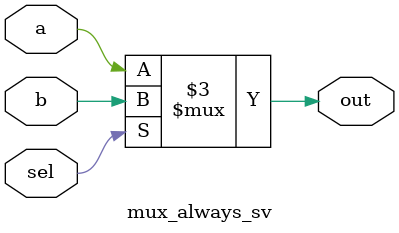
<source format=sv>
module mux_always_sv(out, a, b, sel);
  output logic out;
  input logic a, b, sel;

  always_comb
    if(sel)
      out = b;
    else         
      out = a;

endmodule

</source>
